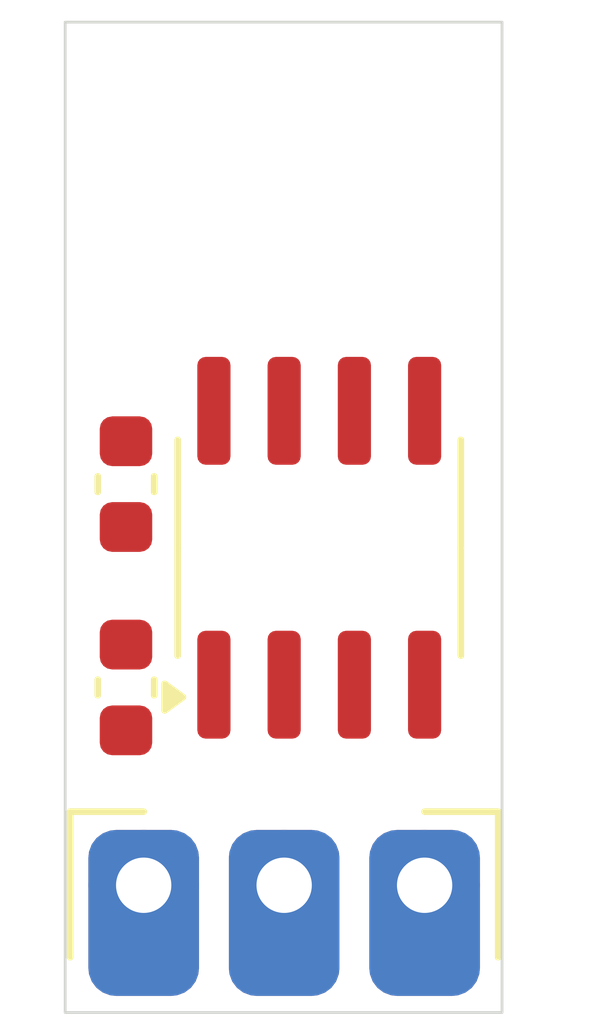
<source format=kicad_pcb>
(kicad_pcb (version 20241229) (generator "pcbnew") (generator_version "9.0")
  (layers (0 "F.Cu" signal) (2 "B.Cu" signal) (13 "F.Paste" user) (15 "B.Paste" user) (5 "F.SilkS" user "F.Silkscreen") (7 "B.SilkS" user "B.Silkscreen") (1 "F.Mask" user) (3 "B.Mask" user) (25 "Edge.Cuts" user))
  (net 0 "")
  (net 1 "+3.3V_ENC1")
  (net 2 "GND")
  (net 3 "/ENC_1")
  (net 4 "/PGO_1")
  (footprint "Capacitor_SMD:C_0603_1608Metric" (layer "F.Cu") (at 66.7 108.25 90)
    (property "Reference" "C32" (hide yes))
    (property "Value" "1uF")
    (fp_line (start -0.14058 -0.51) (end 0.14058 -0.51) (stroke (width 0.12)) (layer "F.SilkS"))
    (fp_line (start -0.14058 0.51) (end 0.14058 0.51) (stroke (width 0.12)) (layer "F.SilkS"))
    (pad "1" smd roundrect (at -0.775 0 90) (size 0.9 0.95) (layers "F.Cu" "F.Mask" "F.Paste") (net 1 "+3.3V_ENC1"))
    (pad "2" smd roundrect (at 0.775 0 90) (size 0.9 0.95) (layers "F.Cu" "F.Mask" "F.Paste") (net 2 "GND"))
  )
  (footprint "MountingHole:MountingHole_2.2mm_M2" (layer "F.Cu") (at 70.195 102.4)
    (property "Reference" "H1" (hide yes))
    (property "Value" "MountingHole")
    (pad "" np_thru_hole circle (at 0 0) (size 2.2 2.2) (drill 2.2) (layers "*.Cu" "*.Mask"))
  )
  (footprint "MixLib:PinHeader_1x03_P2.54-SMD,THT,2-layers" (layer "F.Cu") (at 69.56 116.2 180)
    (property "Reference" "J8" (hide yes))
    (property "Value" "ESC1")
    (fp_line (start 3.87 2.03) (end 2.54 2.03) (stroke (width 0.12)) (layer "F.SilkS"))
    (fp_line (start 3.87 -0.6) (end 3.87 2.03) (stroke (width 0.12)) (layer "F.SilkS"))
    (fp_line (start -2.54 2.03) (end -3.87 2.03) (stroke (width 0.12)) (layer "F.SilkS"))
    (fp_line (start -3.87 2.03) (end -3.87 -0.6) (stroke (width 0.12)) (layer "F.SilkS"))
    (pad "1" smd roundrect (at -2.54 0.2 180) (size 2 3) (layers "F.Cu" "F.Mask" "F.Paste") (net 2 "GND"))
    (pad "1" smd roundrect (at -2.54 0.2 180) (size 2 3) (layers "B.Cu" "B.Mask" "B.Paste") (net 2 "GND"))
    (pad "1" thru_hole circle (at -2.54 0.7 180) (size 2 2) (drill 1) (layers "*.Cu" "*.Mask") (net 2 "GND"))
    (pad "2" smd roundrect (at 0 0.2 180) (size 2 3) (layers "F.Cu" "F.Mask" "F.Paste") (net 3 "/ENC_1"))
    (pad "2" smd roundrect (at 0 0.2 180) (size 2 3) (layers "B.Cu" "B.Mask" "B.Paste") (net 3 "/ENC_1"))
    (pad "2" thru_hole circle (at 0 0.7 180) (size 2 2) (drill 1) (layers "*.Cu" "*.Mask") (net 3 "/ENC_1"))
    (pad "3" smd roundrect (at 2.54 0.2 180) (size 2 3) (layers "F.Cu" "F.Mask" "F.Paste") (net 1 "+3.3V_ENC1"))
    (pad "3" smd roundrect (at 2.54 0.2 180) (size 2 3) (layers "B.Cu" "B.Mask" "B.Paste") (net 1 "+3.3V_ENC1"))
    (pad "3" thru_hole circle (at 2.54 0.7 180) (size 2 2) (drill 1) (layers "*.Cu" "*.Mask") (net 1 "+3.3V_ENC1"))
  )
  (footprint "Package_SO:SOIC-8_3.9x4.9mm_P1.27mm" (layer "F.Cu") (at 70.195 109.4 90)
    (property "Reference" "U9" (hide yes))
    (property "Value" "AS5600")
    (fp_line (start 0 -2.56) (end 1.95 -2.56) (stroke (width 0.12)) (layer "F.SilkS"))
    (fp_line (start 0 -2.56) (end -1.95 -2.56) (stroke (width 0.12)) (layer "F.SilkS"))
    (fp_line (start 0 2.56) (end 1.95 2.56) (stroke (width 0.12)) (layer "F.SilkS"))
    (fp_line (start 0 2.56) (end -1.95 2.56) (stroke (width 0.12)) (layer "F.SilkS"))
    (fp_poly (pts (xy -2.7 -2.465) (xy -2.94 -2.795) (xy -2.46 -2.795)) (stroke (width 0.12)) (fill yes) (layer "F.SilkS"))
    (pad "1" smd roundrect (at -2.475 -1.905 90) (size 1.95 0.6) (layers "F.Cu" "F.Mask" "F.Paste") (net 1 "+3.3V_ENC1"))
    (pad "2" smd roundrect (at -2.475 -0.635 90) (size 1.95 0.6) (layers "F.Cu" "F.Mask" "F.Paste") (net 1 "+3.3V_ENC1"))
    (pad "3" smd roundrect (at -2.475 0.635 90) (size 1.95 0.6) (layers "F.Cu" "F.Mask" "F.Paste") (net 3 "/ENC_1"))
    (pad "4" smd roundrect (at -2.475 1.905 90) (size 1.95 0.6) (layers "F.Cu" "F.Mask" "F.Paste") (net 2 "GND"))
    (pad "5" smd roundrect (at 2.475 1.905 90) (size 1.95 0.6) (layers "F.Cu" "F.Mask" "F.Paste") (net 4 "/PGO_1"))
    (pad "6" smd roundrect (at 2.475 0.635 90) (size 1.95 0.6) (layers "F.Cu" "F.Mask" "F.Paste"))
    (pad "7" smd roundrect (at 2.475 -0.635 90) (size 1.95 0.6) (layers "F.Cu" "F.Mask" "F.Paste"))
    (pad "8" smd roundrect (at 2.475 -1.905 90) (size 1.95 0.6) (layers "F.Cu" "F.Mask" "F.Paste") (net 2 "GND"))
  )
  (footprint "Capacitor_SMD:C_0603_1608Metric" (layer "F.Cu") (at 66.7 111.925 -90)
    (property "Reference" "C34" (hide yes))
    (property "Value" "100nF")
    (fp_line (start -0.14058 0.51) (end 0.14058 0.51) (stroke (width 0.12)) (layer "F.SilkS"))
    (fp_line (start -0.14058 -0.51) (end 0.14058 -0.51) (stroke (width 0.12)) (layer "F.SilkS"))
    (pad "1" smd roundrect (at -0.775 0 270) (size 0.9 0.95) (layers "F.Cu" "F.Mask" "F.Paste") (net 1 "+3.3V_ENC1"))
    (pad "2" smd roundrect (at 0.775 0 270) (size 0.9 0.95) (layers "F.Cu" "F.Mask" "F.Paste") (net 2 "GND"))
  )
  (gr_rect (start 65.6 99.9) (end 73.5 117.8) (stroke (width 0.05)) (fill no) (layer "Edge.Cuts"))
)
</source>
